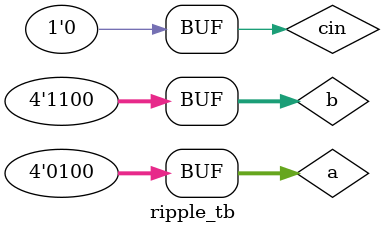
<source format=v>
module ripple_tb;
  reg [3:0]a,b;
  reg cin;
  wire [3:0] sum,carry;
  ripple r1(.a(a),.b(b),.cin(cin),.sum(sum),.carry(carry));
  initial begin
    $monitor("time=%0t,a=%d,b=%d,cin=%b,sum=%d,carry=%d",$time,a,b,cin,sum,carry);
      a = 2;b= 4;cin=0;#3
      a = 3;b= 4;cin=15;#3
      a = 4;b= 12;cin=2;
  end
endmodule

</source>
